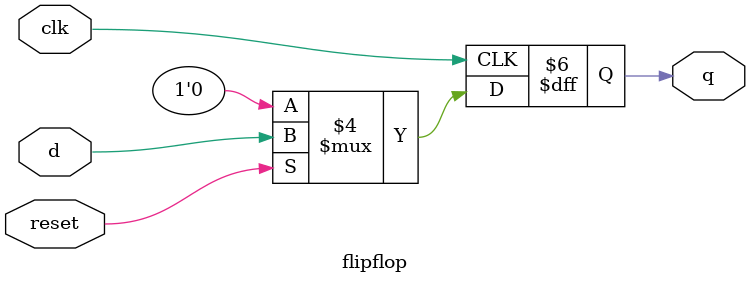
<source format=v>
module part3(LEDR,KEY,SW);
   
	input[3:0] KEY;
	input[9:0] SW;
	output[7:0] LEDR;
	
	shifter s1(
	   .LoadVal(SW[7:0]),
		.Load_n(KEY[1]),
		.ShiftRight(KEY[2]),
		.ASR(KEY[3]),
		.clk(KEY[0]),
		.reset(SW[9]),
		.out1(LEDR[7:0]));
		
endmodule

module shifter(LoadVal,Load_n,ShiftRight,ASR,clk,reset,out1);

	input[7:0] LoadVal;
	input Load_n,ShiftRight,ASR,clk,reset;
	output[7:0] out1;
	wire outp;
	
	mux u3(
	.x(ASR),
	.y(out1[7]),
	.s(ASR),
	.m(outp));
	
	shifterbit sb0(
	   .load_val(LoadVal[0]),
		.in(out1[1]),
		.shift(ShiftRight),
		.load_n(Load_n),
		.clk(clk),
		.reset(reset_n),
		.out(out1[0]));
	
	shifterbit sb1(
	   .load_val(LoadVal[7]),
		.in(out1[2]),
		.shift(ShiftRight),
		.load_n(Load_n),
		.clk(clk),
		.reset(reset_n),
		.out(out1[1]));
	
   shifterbit sb2(
	   .load_val(LoadVal[7]),
		.in(out1[3]),
		.shift(ShiftRight),
		.load_n(Load_n),
		.clk(clk),
		.reset(reset_n),
		.out(out1[2]));
		
	shifterbit sb3(
	   .load_val(LoadVal[7]),
		.in(out1[4]),
		.shift(ShiftRight),
		.load_n(Load_n),
		.clk(clk),
		.reset(reset_n),
		.out(out1[3]));
		
	shifterbit sb4(
	   .load_val(LoadVal[7]),
		.in(out1[5]),
		.shift(ShiftRight),
		.load_n(Load_n),
		.clk(clk),
		.reset(reset_n),
		.out(out1[4]));
		
	shifterbit sb5(
	   .load_val(LoadVal[7]),
		.in(out1[6]),
		.shift(ShiftRight),
		.load_n(Load_n),
		.clk(clk),
		.reset(reset_n),
		.out(out1[5]));
		
	shifterbit sb6(
	   .load_val(LoadVal[7]),
		.in(out1[7]),
		.shift(ShiftRight),
		.load_n(Load_n),
		.clk(clk),
		.reset(reset_n),
		.out(out1[6]));
		
	shifterbit sb7(
	   .load_val(LoadVal[7]),
		.in(outp),
		.shift(ShiftRight),
		.load_n(Load_n),
		.clk(clk),
		.reset(reset_n),
		.out(out1[7]));
		
endmodule

module shifterbit(load_val,in,shift,load_n,clk,reset,out);
   input load_val;
	input in;
	input shift;
	inout load_n;
	input clk;
	input reset;
	
	wire u0out;
	wire u1out;
	output out;
	
	mux u0(.x(out),
	.y(in),
	.s(shift),
	.m(u0out));
	
	mux u1(.x(load_val),
	.y(u0out),
	.s(load_n),
	.m(u1out));
	
	flipflop f1(.d(u1out),
	.reset(reset),
	.clk(clk),
	.q(out));
	

endmodule

module mux(x,y,s,m);
     input x;
	  input y;
	  input s;
	  output m;
	  
	  assign m = x&~s|y&s;
endmodule

module flipflop(d,reset,clk,q);
	input reset,clk;
	input d;
	output q;
	reg q;
	
	always @(posedge clk)
	begin
	    if (reset == 1'b0)
		     q <= 0;
		 else
		 	  q <= d;
	end
	
endmodule

</source>
